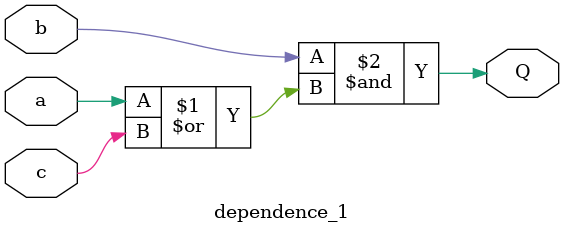
<source format=v>
`define cow 34

module dependence_1 (
    input a, b, c,
    output Q 
);

    // a & b | ((b & c) & (b | c))
    // &=*, |=+               AB + BC(B+C)
    // Distribute             AB + BBC + BCC
    // Simplify AA = A        AB + BC + BC
    // Simplify A + A = A     AB + BC
    // Factor                 B(A+C)

    assign Q = b & (a | c);
endmodule

</source>
